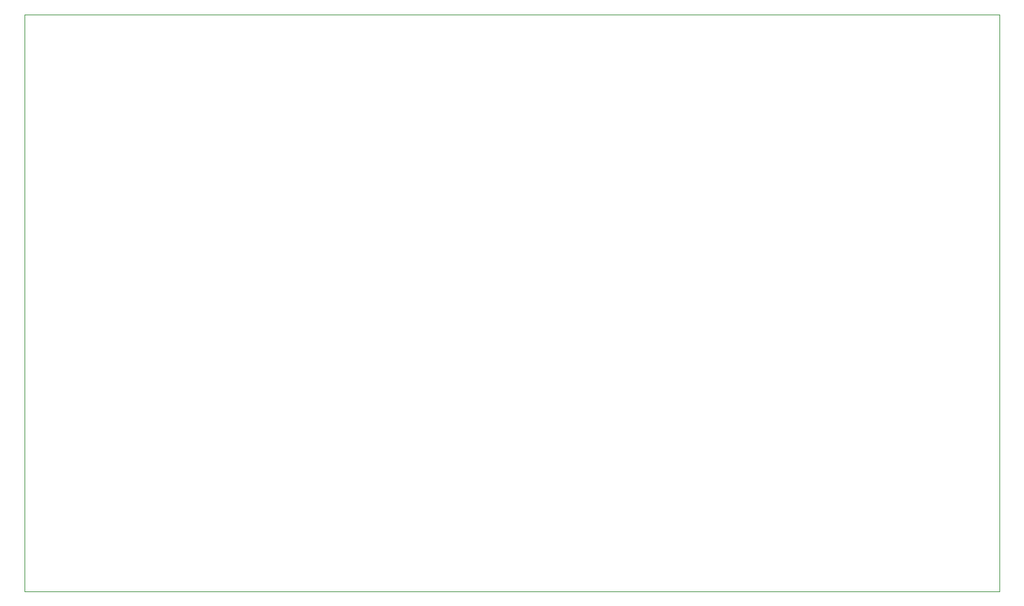
<source format=gbr>
%TF.GenerationSoftware,KiCad,Pcbnew,9.0.7*%
%TF.CreationDate,2026-02-19T13:23:01-05:00*%
%TF.ProjectId,low volt board - NL  S-3C-v2,6c6f7720-766f-46c7-9420-626f61726420,rev?*%
%TF.SameCoordinates,Original*%
%TF.FileFunction,Profile,NP*%
%FSLAX46Y46*%
G04 Gerber Fmt 4.6, Leading zero omitted, Abs format (unit mm)*
G04 Created by KiCad (PCBNEW 9.0.7) date 2026-02-19 13:23:01*
%MOMM*%
%LPD*%
G01*
G04 APERTURE LIST*
%TA.AperFunction,Profile*%
%ADD10C,0.050000*%
%TD*%
G04 APERTURE END LIST*
D10*
X53340000Y-35560000D02*
X177800000Y-35560000D01*
X177800000Y-109220000D01*
X53340000Y-109220000D01*
X53340000Y-35560000D01*
M02*

</source>
